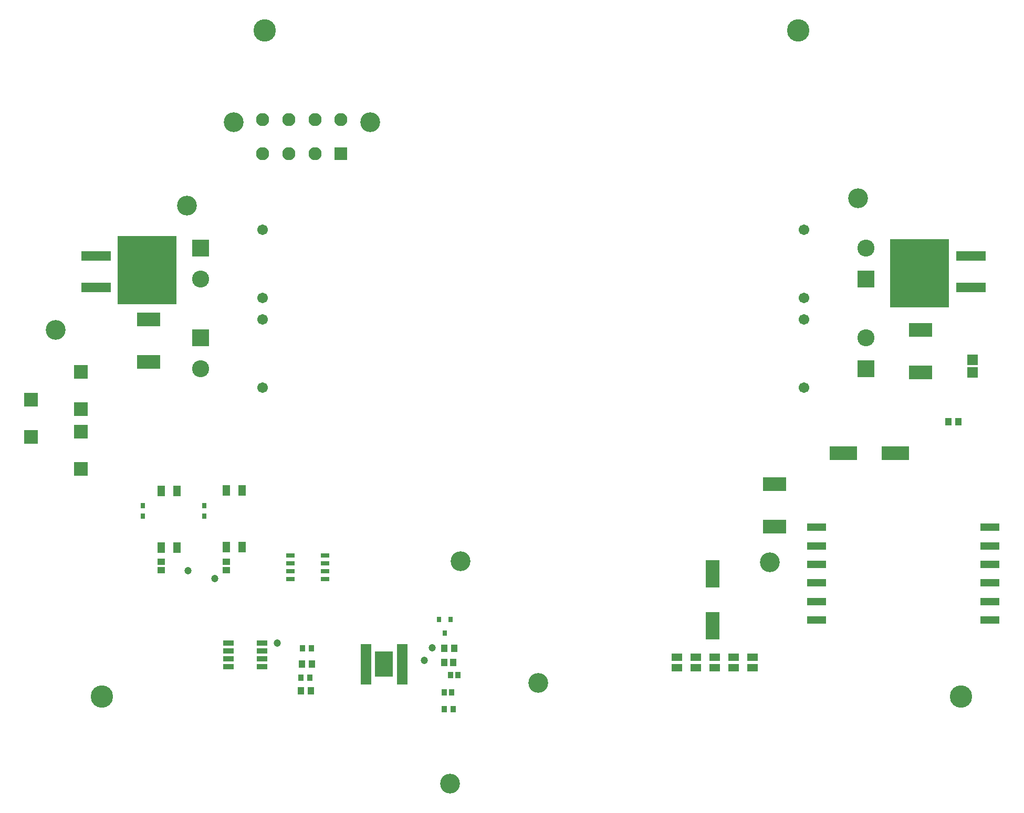
<source format=gbr>
%TF.GenerationSoftware,Altium Limited,Altium Designer,23.6.0 (18)*%
G04 Layer_Color=8388736*
%FSLAX45Y45*%
%MOMM*%
%TF.SameCoordinates,CA757A27-890D-4031-9470-5F8B39CF6935*%
%TF.FilePolarity,Negative*%
%TF.FileFunction,Soldermask,Top*%
%TF.Part,Single*%
G01*
G75*
%TA.AperFunction,SMDPad,CuDef*%
%ADD11R,1.45000X0.65000*%
%ADD19R,1.29540X1.65100*%
%ADD26R,0.80000X0.90000*%
%ADD59R,3.15320X1.20320*%
%ADD60R,1.25320X1.10320*%
%ADD61R,4.80320X1.55320*%
%ADD62R,9.60320X11.00320*%
%ADD63R,1.10320X1.20320*%
%ADD64C,1.20320*%
%ADD65C,3.20320*%
%ADD66R,4.45320X2.30320*%
%ADD67R,1.65320X0.65320*%
%ADD68R,2.94320X4.06320*%
%ADD69R,3.75920X2.23520*%
%ADD70R,1.67320X1.17320*%
%ADD71R,0.80320X0.95320*%
%ADD72R,0.85320X1.10320*%
%ADD73R,2.20320X2.20320*%
%ADD74R,1.72820X0.85320*%
%ADD75R,1.65320X1.70320*%
%ADD76R,0.98320X1.18320*%
%ADD77R,2.25320X4.50320*%
%TA.AperFunction,ViaPad*%
%ADD78C,3.60320*%
%TA.AperFunction,ComponentPad*%
%ADD79C,1.71120*%
%ADD80C,2.75320*%
%ADD81R,2.75320X2.75320*%
%ADD82R,2.10320X2.10320*%
%ADD83C,2.10320*%
%ADD84C,3.20320*%
D11*
X6754500Y5511800D02*
D03*
Y5384800D02*
D03*
Y5257800D02*
D03*
Y5130800D02*
D03*
X6199500D02*
D03*
Y5257800D02*
D03*
Y5384800D02*
D03*
Y5511800D02*
D03*
D19*
X5168900Y6564630D02*
D03*
X5422900D02*
D03*
Y5652770D02*
D03*
X5168900D02*
D03*
X4114800Y5640070D02*
D03*
X4368800D02*
D03*
Y6551930D02*
D03*
X4114800D02*
D03*
D26*
X4813300Y6320699D02*
D03*
Y6150701D02*
D03*
X3822700Y6320699D02*
D03*
Y6150701D02*
D03*
D59*
X17475697Y5969701D02*
D03*
Y5669702D02*
D03*
Y5369702D02*
D03*
Y5069698D02*
D03*
Y4769698D02*
D03*
Y4469699D02*
D03*
X14680702D02*
D03*
Y4769698D02*
D03*
Y5069698D02*
D03*
Y5369702D02*
D03*
Y5669702D02*
D03*
Y5969701D02*
D03*
D60*
X4114800Y5414201D02*
D03*
Y5279200D02*
D03*
X5168900Y5414196D02*
D03*
Y5279200D02*
D03*
D61*
X17169901Y9842500D02*
D03*
Y10350500D02*
D03*
X3061200Y9842500D02*
D03*
Y10350500D02*
D03*
D62*
X16344901Y10071100D02*
D03*
X3886200Y10121900D02*
D03*
D63*
X16967200Y7670800D02*
D03*
X16807201D02*
D03*
X8683000Y4013200D02*
D03*
X8843000D02*
D03*
X6384300Y3759200D02*
D03*
X6544300D02*
D03*
X6367800Y3327400D02*
D03*
X6527800D02*
D03*
D64*
X4980000Y5140000D02*
D03*
X4550000Y5270000D02*
D03*
X8484050Y4020650D02*
D03*
X8354050Y3820650D02*
D03*
X5990000Y4100000D02*
D03*
D65*
X8775700Y1828800D02*
D03*
X8940000Y5420000D02*
D03*
X4530000Y11160000D02*
D03*
X13930000Y5400000D02*
D03*
X15350000Y11280000D02*
D03*
X10198100Y3454400D02*
D03*
X2413000Y9156700D02*
D03*
D66*
X15951199Y7162800D02*
D03*
X15111200D02*
D03*
D67*
X8001401Y3466699D02*
D03*
Y3531702D02*
D03*
Y3596701D02*
D03*
Y3661700D02*
D03*
Y3726698D02*
D03*
Y3791702D02*
D03*
Y3856700D02*
D03*
Y3921699D02*
D03*
Y3986698D02*
D03*
Y4051701D02*
D03*
X7416399D02*
D03*
Y3986698D02*
D03*
Y3921699D02*
D03*
Y3856700D02*
D03*
Y3791702D02*
D03*
Y3726698D02*
D03*
Y3661700D02*
D03*
Y3596701D02*
D03*
Y3531702D02*
D03*
Y3466699D02*
D03*
D68*
X7708900Y3759200D02*
D03*
D69*
X16357600Y9156700D02*
D03*
Y8470900D02*
D03*
X14008099Y5981700D02*
D03*
Y6667500D02*
D03*
X3911600Y9321800D02*
D03*
Y8636000D02*
D03*
D70*
X13652499Y3867602D02*
D03*
Y3701598D02*
D03*
X13347701Y3867602D02*
D03*
Y3701598D02*
D03*
X13042900Y3867602D02*
D03*
Y3701598D02*
D03*
X12738100D02*
D03*
Y3867602D02*
D03*
X12433300D02*
D03*
Y3701598D02*
D03*
D71*
X8781801Y4478802D02*
D03*
X8591799D02*
D03*
X8686800Y4258798D02*
D03*
D72*
X8896701Y3581400D02*
D03*
X8781699D02*
D03*
X8795101Y3302000D02*
D03*
X8680099D02*
D03*
X8677802Y3035300D02*
D03*
X8822800D02*
D03*
X6511402Y3543300D02*
D03*
X6366398D02*
D03*
X6536802Y4013200D02*
D03*
X6391798D02*
D03*
D73*
X2019300Y8026400D02*
D03*
Y7426401D02*
D03*
X2819400Y6913601D02*
D03*
Y7513599D02*
D03*
Y8478799D02*
D03*
Y7878801D02*
D03*
D74*
X5202499Y3721100D02*
D03*
Y3848100D02*
D03*
Y3975100D02*
D03*
Y4102100D02*
D03*
X5744901D02*
D03*
Y3975100D02*
D03*
Y3848100D02*
D03*
Y3721100D02*
D03*
D75*
X17195799Y8470900D02*
D03*
Y8670900D02*
D03*
D76*
X8820302Y3784600D02*
D03*
X8680298D02*
D03*
D77*
X13004800Y5220599D02*
D03*
Y4380601D02*
D03*
D78*
X17012000Y3238999D02*
D03*
X5785401Y13986131D02*
D03*
X3155593Y3238999D02*
D03*
X14382193Y13986131D02*
D03*
D79*
X5753098Y9325698D02*
D03*
Y8225701D02*
D03*
X5753100Y10773501D02*
D03*
Y9673499D02*
D03*
X14478000Y8225699D02*
D03*
Y9325701D02*
D03*
Y10773501D02*
D03*
Y9673499D02*
D03*
D80*
X4753100Y8525700D02*
D03*
X4753102Y9973498D02*
D03*
X15477998Y9025702D02*
D03*
Y10473502D02*
D03*
D81*
X4753100Y9025699D02*
D03*
X4753102Y10473502D02*
D03*
X15477998Y8525698D02*
D03*
Y9973498D02*
D03*
D82*
X7012198Y12001500D02*
D03*
D83*
X6592199D02*
D03*
X6172200D02*
D03*
X5752201D02*
D03*
X7012198Y12551501D02*
D03*
X6592199D02*
D03*
X6172200D02*
D03*
X5752201D02*
D03*
D84*
X7482200Y12505502D02*
D03*
X5282199D02*
D03*
%TF.MD5,fe1b70d85d30d5cd949b3e875ec61557*%
M02*

</source>
